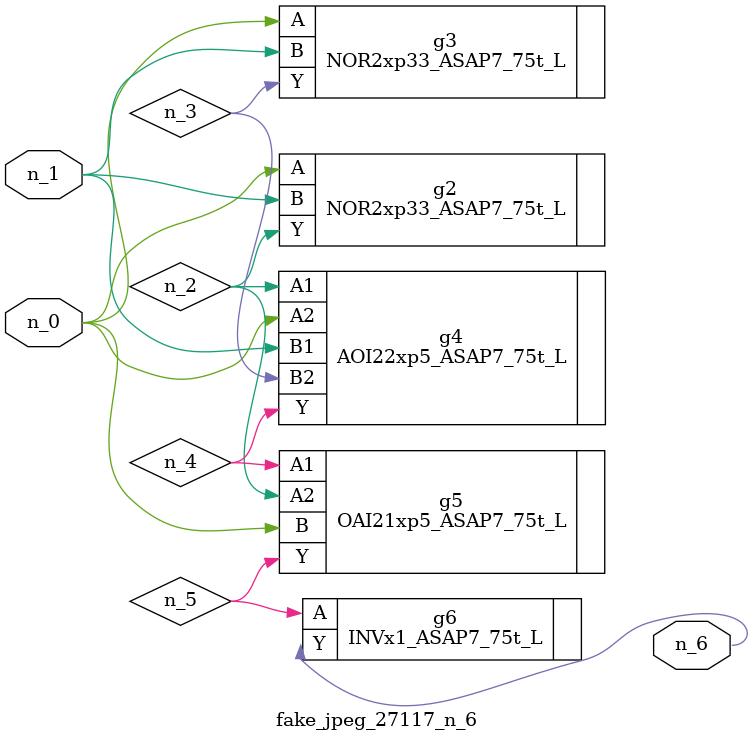
<source format=v>
module fake_jpeg_27117_n_6 (n_0, n_1, n_6);

input n_0;
input n_1;

output n_6;

wire n_3;
wire n_2;
wire n_4;
wire n_5;

NOR2xp33_ASAP7_75t_L g2 ( 
.A(n_0),
.B(n_1),
.Y(n_2)
);

NOR2xp33_ASAP7_75t_L g3 ( 
.A(n_0),
.B(n_1),
.Y(n_3)
);

AOI22xp5_ASAP7_75t_L g4 ( 
.A1(n_2),
.A2(n_0),
.B1(n_1),
.B2(n_3),
.Y(n_4)
);

OAI21xp5_ASAP7_75t_L g5 ( 
.A1(n_4),
.A2(n_2),
.B(n_0),
.Y(n_5)
);

INVx1_ASAP7_75t_L g6 ( 
.A(n_5),
.Y(n_6)
);


endmodule
</source>
